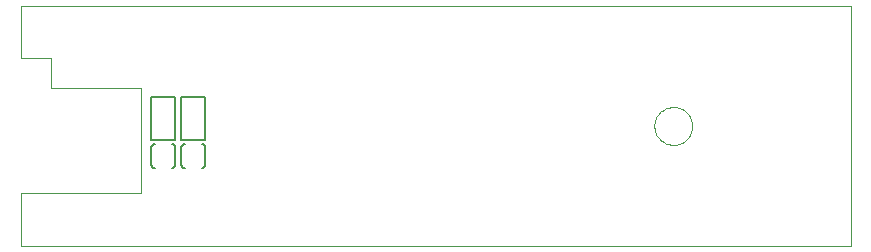
<source format=gbo>
G75*
%MOIN*%
%OFA0B0*%
%FSLAX24Y24*%
%IPPOS*%
%LPD*%
%AMOC8*
5,1,8,0,0,1.08239X$1,22.5*
%
%ADD10C,0.0000*%
%ADD11C,0.0070*%
%ADD12C,0.0080*%
D10*
X001423Y003543D02*
X001423Y005293D01*
X005423Y005293D01*
X005423Y008793D01*
X002423Y008793D01*
X002423Y009793D01*
X001423Y009793D01*
X001423Y011539D01*
X001423Y011543D01*
X001423Y011539D02*
X029082Y011539D01*
X029082Y003543D01*
X001423Y003543D01*
X022543Y007543D02*
X022545Y007593D01*
X022551Y007643D01*
X022561Y007692D01*
X022575Y007740D01*
X022592Y007787D01*
X022613Y007832D01*
X022638Y007876D01*
X022666Y007917D01*
X022698Y007956D01*
X022732Y007993D01*
X022769Y008027D01*
X022809Y008057D01*
X022851Y008084D01*
X022895Y008108D01*
X022941Y008129D01*
X022988Y008145D01*
X023036Y008158D01*
X023086Y008167D01*
X023135Y008172D01*
X023186Y008173D01*
X023236Y008170D01*
X023285Y008163D01*
X023334Y008152D01*
X023382Y008137D01*
X023428Y008119D01*
X023473Y008097D01*
X023516Y008071D01*
X023557Y008042D01*
X023596Y008010D01*
X023632Y007975D01*
X023664Y007937D01*
X023694Y007897D01*
X023721Y007854D01*
X023744Y007810D01*
X023763Y007764D01*
X023779Y007716D01*
X023791Y007667D01*
X023799Y007618D01*
X023803Y007568D01*
X023803Y007518D01*
X023799Y007468D01*
X023791Y007419D01*
X023779Y007370D01*
X023763Y007322D01*
X023744Y007276D01*
X023721Y007232D01*
X023694Y007189D01*
X023664Y007149D01*
X023632Y007111D01*
X023596Y007076D01*
X023557Y007044D01*
X023516Y007015D01*
X023473Y006989D01*
X023428Y006967D01*
X023382Y006949D01*
X023334Y006934D01*
X023285Y006923D01*
X023236Y006916D01*
X023186Y006913D01*
X023135Y006914D01*
X023086Y006919D01*
X023036Y006928D01*
X022988Y006941D01*
X022941Y006957D01*
X022895Y006978D01*
X022851Y007002D01*
X022809Y007029D01*
X022769Y007059D01*
X022732Y007093D01*
X022698Y007130D01*
X022666Y007169D01*
X022638Y007210D01*
X022613Y007254D01*
X022592Y007299D01*
X022575Y007346D01*
X022561Y007394D01*
X022551Y007443D01*
X022545Y007493D01*
X022543Y007543D01*
D11*
X007567Y007085D02*
X007488Y007085D01*
X006779Y007085D01*
X006779Y008502D01*
X007212Y008502D01*
X007488Y008502D01*
X007567Y008502D01*
X007567Y007085D01*
X006567Y007085D02*
X006488Y007085D01*
X005779Y007085D01*
X005779Y008502D01*
X006212Y008502D01*
X006488Y008502D01*
X006567Y008502D01*
X006567Y007085D01*
D12*
X006567Y006858D02*
X006567Y006228D01*
X006566Y006228D02*
X006561Y006212D01*
X006553Y006196D01*
X006543Y006182D01*
X006531Y006170D01*
X006516Y006160D01*
X006500Y006153D01*
X006483Y006149D01*
X006466Y006148D01*
X006448Y006150D01*
X006779Y006228D02*
X006779Y006858D01*
X006780Y006859D02*
X006786Y006877D01*
X006795Y006895D01*
X006807Y006910D01*
X006823Y006922D01*
X006840Y006931D01*
X006859Y006937D01*
X006878Y006939D01*
X006898Y006937D01*
X007448Y006937D02*
X007466Y006939D01*
X007483Y006938D01*
X007500Y006934D01*
X007516Y006927D01*
X007531Y006917D01*
X007543Y006905D01*
X007553Y006891D01*
X007561Y006875D01*
X007566Y006859D01*
X007567Y006858D02*
X007567Y006228D01*
X007566Y006228D02*
X007561Y006212D01*
X007553Y006196D01*
X007543Y006182D01*
X007531Y006170D01*
X007516Y006160D01*
X007500Y006153D01*
X007483Y006149D01*
X007466Y006148D01*
X007448Y006150D01*
X006898Y006150D02*
X006878Y006148D01*
X006859Y006150D01*
X006840Y006156D01*
X006823Y006165D01*
X006807Y006177D01*
X006795Y006192D01*
X006786Y006210D01*
X006780Y006228D01*
X005898Y006150D02*
X005878Y006148D01*
X005859Y006150D01*
X005840Y006156D01*
X005823Y006165D01*
X005807Y006177D01*
X005795Y006192D01*
X005786Y006210D01*
X005780Y006228D01*
X005779Y006228D02*
X005779Y006858D01*
X005780Y006859D02*
X005786Y006877D01*
X005795Y006895D01*
X005807Y006910D01*
X005823Y006922D01*
X005840Y006931D01*
X005859Y006937D01*
X005878Y006939D01*
X005898Y006937D01*
X006448Y006937D02*
X006466Y006939D01*
X006483Y006938D01*
X006500Y006934D01*
X006516Y006927D01*
X006531Y006917D01*
X006543Y006905D01*
X006553Y006891D01*
X006561Y006875D01*
X006566Y006859D01*
M02*

</source>
